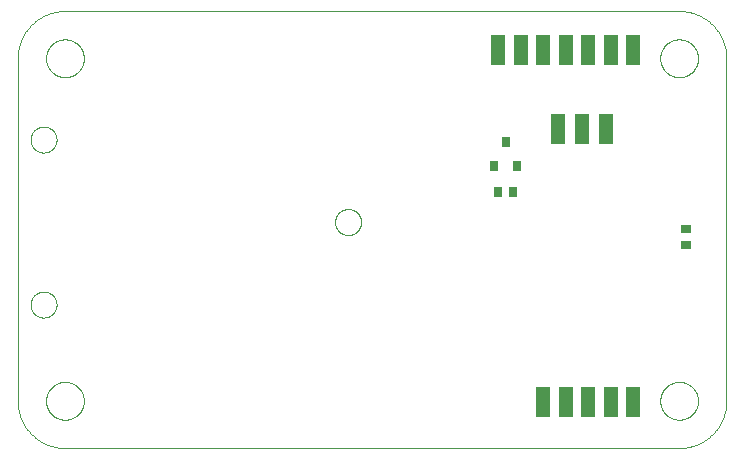
<source format=gbp>
G75*
%MOIN*%
%OFA0B0*%
%FSLAX25Y25*%
%IPPOS*%
%LPD*%
%AMOC8*
5,1,8,0,0,1.08239X$1,22.5*
%
%ADD10C,0.00000*%
%ADD11R,0.02756X0.03543*%
%ADD12R,0.03150X0.03543*%
%ADD13R,0.03543X0.02756*%
%ADD14R,0.05000X0.10000*%
D10*
X0059614Y0034156D02*
X0264339Y0034156D01*
X0258040Y0049904D02*
X0258042Y0050062D01*
X0258048Y0050220D01*
X0258058Y0050378D01*
X0258072Y0050536D01*
X0258090Y0050693D01*
X0258111Y0050850D01*
X0258137Y0051006D01*
X0258167Y0051162D01*
X0258200Y0051317D01*
X0258238Y0051470D01*
X0258279Y0051623D01*
X0258324Y0051775D01*
X0258373Y0051926D01*
X0258426Y0052075D01*
X0258482Y0052223D01*
X0258542Y0052369D01*
X0258606Y0052514D01*
X0258674Y0052657D01*
X0258745Y0052799D01*
X0258819Y0052939D01*
X0258897Y0053076D01*
X0258979Y0053212D01*
X0259063Y0053346D01*
X0259152Y0053477D01*
X0259243Y0053606D01*
X0259338Y0053733D01*
X0259435Y0053858D01*
X0259536Y0053980D01*
X0259640Y0054099D01*
X0259747Y0054216D01*
X0259857Y0054330D01*
X0259970Y0054441D01*
X0260085Y0054550D01*
X0260203Y0054655D01*
X0260324Y0054757D01*
X0260447Y0054857D01*
X0260573Y0054953D01*
X0260701Y0055046D01*
X0260831Y0055136D01*
X0260964Y0055222D01*
X0261099Y0055306D01*
X0261235Y0055385D01*
X0261374Y0055462D01*
X0261515Y0055534D01*
X0261657Y0055604D01*
X0261801Y0055669D01*
X0261947Y0055731D01*
X0262094Y0055789D01*
X0262243Y0055844D01*
X0262393Y0055895D01*
X0262544Y0055942D01*
X0262696Y0055985D01*
X0262849Y0056024D01*
X0263004Y0056060D01*
X0263159Y0056091D01*
X0263315Y0056119D01*
X0263471Y0056143D01*
X0263628Y0056163D01*
X0263786Y0056179D01*
X0263943Y0056191D01*
X0264102Y0056199D01*
X0264260Y0056203D01*
X0264418Y0056203D01*
X0264576Y0056199D01*
X0264735Y0056191D01*
X0264892Y0056179D01*
X0265050Y0056163D01*
X0265207Y0056143D01*
X0265363Y0056119D01*
X0265519Y0056091D01*
X0265674Y0056060D01*
X0265829Y0056024D01*
X0265982Y0055985D01*
X0266134Y0055942D01*
X0266285Y0055895D01*
X0266435Y0055844D01*
X0266584Y0055789D01*
X0266731Y0055731D01*
X0266877Y0055669D01*
X0267021Y0055604D01*
X0267163Y0055534D01*
X0267304Y0055462D01*
X0267443Y0055385D01*
X0267579Y0055306D01*
X0267714Y0055222D01*
X0267847Y0055136D01*
X0267977Y0055046D01*
X0268105Y0054953D01*
X0268231Y0054857D01*
X0268354Y0054757D01*
X0268475Y0054655D01*
X0268593Y0054550D01*
X0268708Y0054441D01*
X0268821Y0054330D01*
X0268931Y0054216D01*
X0269038Y0054099D01*
X0269142Y0053980D01*
X0269243Y0053858D01*
X0269340Y0053733D01*
X0269435Y0053606D01*
X0269526Y0053477D01*
X0269615Y0053346D01*
X0269699Y0053212D01*
X0269781Y0053076D01*
X0269859Y0052939D01*
X0269933Y0052799D01*
X0270004Y0052657D01*
X0270072Y0052514D01*
X0270136Y0052369D01*
X0270196Y0052223D01*
X0270252Y0052075D01*
X0270305Y0051926D01*
X0270354Y0051775D01*
X0270399Y0051623D01*
X0270440Y0051470D01*
X0270478Y0051317D01*
X0270511Y0051162D01*
X0270541Y0051006D01*
X0270567Y0050850D01*
X0270588Y0050693D01*
X0270606Y0050536D01*
X0270620Y0050378D01*
X0270630Y0050220D01*
X0270636Y0050062D01*
X0270638Y0049904D01*
X0270636Y0049746D01*
X0270630Y0049588D01*
X0270620Y0049430D01*
X0270606Y0049272D01*
X0270588Y0049115D01*
X0270567Y0048958D01*
X0270541Y0048802D01*
X0270511Y0048646D01*
X0270478Y0048491D01*
X0270440Y0048338D01*
X0270399Y0048185D01*
X0270354Y0048033D01*
X0270305Y0047882D01*
X0270252Y0047733D01*
X0270196Y0047585D01*
X0270136Y0047439D01*
X0270072Y0047294D01*
X0270004Y0047151D01*
X0269933Y0047009D01*
X0269859Y0046869D01*
X0269781Y0046732D01*
X0269699Y0046596D01*
X0269615Y0046462D01*
X0269526Y0046331D01*
X0269435Y0046202D01*
X0269340Y0046075D01*
X0269243Y0045950D01*
X0269142Y0045828D01*
X0269038Y0045709D01*
X0268931Y0045592D01*
X0268821Y0045478D01*
X0268708Y0045367D01*
X0268593Y0045258D01*
X0268475Y0045153D01*
X0268354Y0045051D01*
X0268231Y0044951D01*
X0268105Y0044855D01*
X0267977Y0044762D01*
X0267847Y0044672D01*
X0267714Y0044586D01*
X0267579Y0044502D01*
X0267443Y0044423D01*
X0267304Y0044346D01*
X0267163Y0044274D01*
X0267021Y0044204D01*
X0266877Y0044139D01*
X0266731Y0044077D01*
X0266584Y0044019D01*
X0266435Y0043964D01*
X0266285Y0043913D01*
X0266134Y0043866D01*
X0265982Y0043823D01*
X0265829Y0043784D01*
X0265674Y0043748D01*
X0265519Y0043717D01*
X0265363Y0043689D01*
X0265207Y0043665D01*
X0265050Y0043645D01*
X0264892Y0043629D01*
X0264735Y0043617D01*
X0264576Y0043609D01*
X0264418Y0043605D01*
X0264260Y0043605D01*
X0264102Y0043609D01*
X0263943Y0043617D01*
X0263786Y0043629D01*
X0263628Y0043645D01*
X0263471Y0043665D01*
X0263315Y0043689D01*
X0263159Y0043717D01*
X0263004Y0043748D01*
X0262849Y0043784D01*
X0262696Y0043823D01*
X0262544Y0043866D01*
X0262393Y0043913D01*
X0262243Y0043964D01*
X0262094Y0044019D01*
X0261947Y0044077D01*
X0261801Y0044139D01*
X0261657Y0044204D01*
X0261515Y0044274D01*
X0261374Y0044346D01*
X0261235Y0044423D01*
X0261099Y0044502D01*
X0260964Y0044586D01*
X0260831Y0044672D01*
X0260701Y0044762D01*
X0260573Y0044855D01*
X0260447Y0044951D01*
X0260324Y0045051D01*
X0260203Y0045153D01*
X0260085Y0045258D01*
X0259970Y0045367D01*
X0259857Y0045478D01*
X0259747Y0045592D01*
X0259640Y0045709D01*
X0259536Y0045828D01*
X0259435Y0045950D01*
X0259338Y0046075D01*
X0259243Y0046202D01*
X0259152Y0046331D01*
X0259063Y0046462D01*
X0258979Y0046596D01*
X0258897Y0046732D01*
X0258819Y0046869D01*
X0258745Y0047009D01*
X0258674Y0047151D01*
X0258606Y0047294D01*
X0258542Y0047439D01*
X0258482Y0047585D01*
X0258426Y0047733D01*
X0258373Y0047882D01*
X0258324Y0048033D01*
X0258279Y0048185D01*
X0258238Y0048338D01*
X0258200Y0048491D01*
X0258167Y0048646D01*
X0258137Y0048802D01*
X0258111Y0048958D01*
X0258090Y0049115D01*
X0258072Y0049272D01*
X0258058Y0049430D01*
X0258048Y0049588D01*
X0258042Y0049746D01*
X0258040Y0049904D01*
X0264339Y0034156D02*
X0264720Y0034161D01*
X0265100Y0034174D01*
X0265480Y0034197D01*
X0265859Y0034230D01*
X0266237Y0034271D01*
X0266614Y0034321D01*
X0266990Y0034381D01*
X0267365Y0034449D01*
X0267737Y0034527D01*
X0268108Y0034614D01*
X0268476Y0034709D01*
X0268842Y0034814D01*
X0269205Y0034927D01*
X0269566Y0035049D01*
X0269923Y0035179D01*
X0270277Y0035319D01*
X0270628Y0035466D01*
X0270975Y0035623D01*
X0271318Y0035787D01*
X0271657Y0035960D01*
X0271992Y0036141D01*
X0272323Y0036330D01*
X0272648Y0036527D01*
X0272969Y0036731D01*
X0273285Y0036944D01*
X0273595Y0037164D01*
X0273901Y0037391D01*
X0274200Y0037626D01*
X0274494Y0037868D01*
X0274782Y0038116D01*
X0275064Y0038372D01*
X0275339Y0038635D01*
X0275608Y0038904D01*
X0275871Y0039179D01*
X0276127Y0039461D01*
X0276375Y0039749D01*
X0276617Y0040043D01*
X0276852Y0040342D01*
X0277079Y0040648D01*
X0277299Y0040958D01*
X0277512Y0041274D01*
X0277716Y0041595D01*
X0277913Y0041920D01*
X0278102Y0042251D01*
X0278283Y0042586D01*
X0278456Y0042925D01*
X0278620Y0043268D01*
X0278777Y0043615D01*
X0278924Y0043966D01*
X0279064Y0044320D01*
X0279194Y0044677D01*
X0279316Y0045038D01*
X0279429Y0045401D01*
X0279534Y0045767D01*
X0279629Y0046135D01*
X0279716Y0046506D01*
X0279794Y0046878D01*
X0279862Y0047253D01*
X0279922Y0047629D01*
X0279972Y0048006D01*
X0280013Y0048384D01*
X0280046Y0048763D01*
X0280069Y0049143D01*
X0280082Y0049523D01*
X0280087Y0049904D01*
X0280087Y0164077D01*
X0258040Y0164077D02*
X0258042Y0164235D01*
X0258048Y0164393D01*
X0258058Y0164551D01*
X0258072Y0164709D01*
X0258090Y0164866D01*
X0258111Y0165023D01*
X0258137Y0165179D01*
X0258167Y0165335D01*
X0258200Y0165490D01*
X0258238Y0165643D01*
X0258279Y0165796D01*
X0258324Y0165948D01*
X0258373Y0166099D01*
X0258426Y0166248D01*
X0258482Y0166396D01*
X0258542Y0166542D01*
X0258606Y0166687D01*
X0258674Y0166830D01*
X0258745Y0166972D01*
X0258819Y0167112D01*
X0258897Y0167249D01*
X0258979Y0167385D01*
X0259063Y0167519D01*
X0259152Y0167650D01*
X0259243Y0167779D01*
X0259338Y0167906D01*
X0259435Y0168031D01*
X0259536Y0168153D01*
X0259640Y0168272D01*
X0259747Y0168389D01*
X0259857Y0168503D01*
X0259970Y0168614D01*
X0260085Y0168723D01*
X0260203Y0168828D01*
X0260324Y0168930D01*
X0260447Y0169030D01*
X0260573Y0169126D01*
X0260701Y0169219D01*
X0260831Y0169309D01*
X0260964Y0169395D01*
X0261099Y0169479D01*
X0261235Y0169558D01*
X0261374Y0169635D01*
X0261515Y0169707D01*
X0261657Y0169777D01*
X0261801Y0169842D01*
X0261947Y0169904D01*
X0262094Y0169962D01*
X0262243Y0170017D01*
X0262393Y0170068D01*
X0262544Y0170115D01*
X0262696Y0170158D01*
X0262849Y0170197D01*
X0263004Y0170233D01*
X0263159Y0170264D01*
X0263315Y0170292D01*
X0263471Y0170316D01*
X0263628Y0170336D01*
X0263786Y0170352D01*
X0263943Y0170364D01*
X0264102Y0170372D01*
X0264260Y0170376D01*
X0264418Y0170376D01*
X0264576Y0170372D01*
X0264735Y0170364D01*
X0264892Y0170352D01*
X0265050Y0170336D01*
X0265207Y0170316D01*
X0265363Y0170292D01*
X0265519Y0170264D01*
X0265674Y0170233D01*
X0265829Y0170197D01*
X0265982Y0170158D01*
X0266134Y0170115D01*
X0266285Y0170068D01*
X0266435Y0170017D01*
X0266584Y0169962D01*
X0266731Y0169904D01*
X0266877Y0169842D01*
X0267021Y0169777D01*
X0267163Y0169707D01*
X0267304Y0169635D01*
X0267443Y0169558D01*
X0267579Y0169479D01*
X0267714Y0169395D01*
X0267847Y0169309D01*
X0267977Y0169219D01*
X0268105Y0169126D01*
X0268231Y0169030D01*
X0268354Y0168930D01*
X0268475Y0168828D01*
X0268593Y0168723D01*
X0268708Y0168614D01*
X0268821Y0168503D01*
X0268931Y0168389D01*
X0269038Y0168272D01*
X0269142Y0168153D01*
X0269243Y0168031D01*
X0269340Y0167906D01*
X0269435Y0167779D01*
X0269526Y0167650D01*
X0269615Y0167519D01*
X0269699Y0167385D01*
X0269781Y0167249D01*
X0269859Y0167112D01*
X0269933Y0166972D01*
X0270004Y0166830D01*
X0270072Y0166687D01*
X0270136Y0166542D01*
X0270196Y0166396D01*
X0270252Y0166248D01*
X0270305Y0166099D01*
X0270354Y0165948D01*
X0270399Y0165796D01*
X0270440Y0165643D01*
X0270478Y0165490D01*
X0270511Y0165335D01*
X0270541Y0165179D01*
X0270567Y0165023D01*
X0270588Y0164866D01*
X0270606Y0164709D01*
X0270620Y0164551D01*
X0270630Y0164393D01*
X0270636Y0164235D01*
X0270638Y0164077D01*
X0270636Y0163919D01*
X0270630Y0163761D01*
X0270620Y0163603D01*
X0270606Y0163445D01*
X0270588Y0163288D01*
X0270567Y0163131D01*
X0270541Y0162975D01*
X0270511Y0162819D01*
X0270478Y0162664D01*
X0270440Y0162511D01*
X0270399Y0162358D01*
X0270354Y0162206D01*
X0270305Y0162055D01*
X0270252Y0161906D01*
X0270196Y0161758D01*
X0270136Y0161612D01*
X0270072Y0161467D01*
X0270004Y0161324D01*
X0269933Y0161182D01*
X0269859Y0161042D01*
X0269781Y0160905D01*
X0269699Y0160769D01*
X0269615Y0160635D01*
X0269526Y0160504D01*
X0269435Y0160375D01*
X0269340Y0160248D01*
X0269243Y0160123D01*
X0269142Y0160001D01*
X0269038Y0159882D01*
X0268931Y0159765D01*
X0268821Y0159651D01*
X0268708Y0159540D01*
X0268593Y0159431D01*
X0268475Y0159326D01*
X0268354Y0159224D01*
X0268231Y0159124D01*
X0268105Y0159028D01*
X0267977Y0158935D01*
X0267847Y0158845D01*
X0267714Y0158759D01*
X0267579Y0158675D01*
X0267443Y0158596D01*
X0267304Y0158519D01*
X0267163Y0158447D01*
X0267021Y0158377D01*
X0266877Y0158312D01*
X0266731Y0158250D01*
X0266584Y0158192D01*
X0266435Y0158137D01*
X0266285Y0158086D01*
X0266134Y0158039D01*
X0265982Y0157996D01*
X0265829Y0157957D01*
X0265674Y0157921D01*
X0265519Y0157890D01*
X0265363Y0157862D01*
X0265207Y0157838D01*
X0265050Y0157818D01*
X0264892Y0157802D01*
X0264735Y0157790D01*
X0264576Y0157782D01*
X0264418Y0157778D01*
X0264260Y0157778D01*
X0264102Y0157782D01*
X0263943Y0157790D01*
X0263786Y0157802D01*
X0263628Y0157818D01*
X0263471Y0157838D01*
X0263315Y0157862D01*
X0263159Y0157890D01*
X0263004Y0157921D01*
X0262849Y0157957D01*
X0262696Y0157996D01*
X0262544Y0158039D01*
X0262393Y0158086D01*
X0262243Y0158137D01*
X0262094Y0158192D01*
X0261947Y0158250D01*
X0261801Y0158312D01*
X0261657Y0158377D01*
X0261515Y0158447D01*
X0261374Y0158519D01*
X0261235Y0158596D01*
X0261099Y0158675D01*
X0260964Y0158759D01*
X0260831Y0158845D01*
X0260701Y0158935D01*
X0260573Y0159028D01*
X0260447Y0159124D01*
X0260324Y0159224D01*
X0260203Y0159326D01*
X0260085Y0159431D01*
X0259970Y0159540D01*
X0259857Y0159651D01*
X0259747Y0159765D01*
X0259640Y0159882D01*
X0259536Y0160001D01*
X0259435Y0160123D01*
X0259338Y0160248D01*
X0259243Y0160375D01*
X0259152Y0160504D01*
X0259063Y0160635D01*
X0258979Y0160769D01*
X0258897Y0160905D01*
X0258819Y0161042D01*
X0258745Y0161182D01*
X0258674Y0161324D01*
X0258606Y0161467D01*
X0258542Y0161612D01*
X0258482Y0161758D01*
X0258426Y0161906D01*
X0258373Y0162055D01*
X0258324Y0162206D01*
X0258279Y0162358D01*
X0258238Y0162511D01*
X0258200Y0162664D01*
X0258167Y0162819D01*
X0258137Y0162975D01*
X0258111Y0163131D01*
X0258090Y0163288D01*
X0258072Y0163445D01*
X0258058Y0163603D01*
X0258048Y0163761D01*
X0258042Y0163919D01*
X0258040Y0164077D01*
X0264339Y0179825D02*
X0264720Y0179820D01*
X0265100Y0179807D01*
X0265480Y0179784D01*
X0265859Y0179751D01*
X0266237Y0179710D01*
X0266614Y0179660D01*
X0266990Y0179600D01*
X0267365Y0179532D01*
X0267737Y0179454D01*
X0268108Y0179367D01*
X0268476Y0179272D01*
X0268842Y0179167D01*
X0269205Y0179054D01*
X0269566Y0178932D01*
X0269923Y0178802D01*
X0270277Y0178662D01*
X0270628Y0178515D01*
X0270975Y0178358D01*
X0271318Y0178194D01*
X0271657Y0178021D01*
X0271992Y0177840D01*
X0272323Y0177651D01*
X0272648Y0177454D01*
X0272969Y0177250D01*
X0273285Y0177037D01*
X0273595Y0176817D01*
X0273901Y0176590D01*
X0274200Y0176355D01*
X0274494Y0176113D01*
X0274782Y0175865D01*
X0275064Y0175609D01*
X0275339Y0175346D01*
X0275608Y0175077D01*
X0275871Y0174802D01*
X0276127Y0174520D01*
X0276375Y0174232D01*
X0276617Y0173938D01*
X0276852Y0173639D01*
X0277079Y0173333D01*
X0277299Y0173023D01*
X0277512Y0172707D01*
X0277716Y0172386D01*
X0277913Y0172061D01*
X0278102Y0171730D01*
X0278283Y0171395D01*
X0278456Y0171056D01*
X0278620Y0170713D01*
X0278777Y0170366D01*
X0278924Y0170015D01*
X0279064Y0169661D01*
X0279194Y0169304D01*
X0279316Y0168943D01*
X0279429Y0168580D01*
X0279534Y0168214D01*
X0279629Y0167846D01*
X0279716Y0167475D01*
X0279794Y0167103D01*
X0279862Y0166728D01*
X0279922Y0166352D01*
X0279972Y0165975D01*
X0280013Y0165597D01*
X0280046Y0165218D01*
X0280069Y0164838D01*
X0280082Y0164458D01*
X0280087Y0164077D01*
X0280082Y0164458D01*
X0280069Y0164838D01*
X0280046Y0165218D01*
X0280013Y0165597D01*
X0279972Y0165975D01*
X0279922Y0166352D01*
X0279862Y0166728D01*
X0279794Y0167103D01*
X0279716Y0167475D01*
X0279629Y0167846D01*
X0279534Y0168214D01*
X0279429Y0168580D01*
X0279316Y0168943D01*
X0279194Y0169304D01*
X0279064Y0169661D01*
X0278924Y0170015D01*
X0278777Y0170366D01*
X0278620Y0170713D01*
X0278456Y0171056D01*
X0278283Y0171395D01*
X0278102Y0171730D01*
X0277913Y0172061D01*
X0277716Y0172386D01*
X0277512Y0172707D01*
X0277299Y0173023D01*
X0277079Y0173333D01*
X0276852Y0173639D01*
X0276617Y0173938D01*
X0276375Y0174232D01*
X0276127Y0174520D01*
X0275871Y0174802D01*
X0275608Y0175077D01*
X0275339Y0175346D01*
X0275064Y0175609D01*
X0274782Y0175865D01*
X0274494Y0176113D01*
X0274200Y0176355D01*
X0273901Y0176590D01*
X0273595Y0176817D01*
X0273285Y0177037D01*
X0272969Y0177250D01*
X0272648Y0177454D01*
X0272323Y0177651D01*
X0271992Y0177840D01*
X0271657Y0178021D01*
X0271318Y0178194D01*
X0270975Y0178358D01*
X0270628Y0178515D01*
X0270277Y0178662D01*
X0269923Y0178802D01*
X0269566Y0178932D01*
X0269205Y0179054D01*
X0268842Y0179167D01*
X0268476Y0179272D01*
X0268108Y0179367D01*
X0267737Y0179454D01*
X0267365Y0179532D01*
X0266990Y0179600D01*
X0266614Y0179660D01*
X0266237Y0179710D01*
X0265859Y0179751D01*
X0265480Y0179784D01*
X0265100Y0179807D01*
X0264720Y0179820D01*
X0264339Y0179825D01*
X0059614Y0179825D01*
X0053315Y0164077D02*
X0053317Y0164235D01*
X0053323Y0164393D01*
X0053333Y0164551D01*
X0053347Y0164709D01*
X0053365Y0164866D01*
X0053386Y0165023D01*
X0053412Y0165179D01*
X0053442Y0165335D01*
X0053475Y0165490D01*
X0053513Y0165643D01*
X0053554Y0165796D01*
X0053599Y0165948D01*
X0053648Y0166099D01*
X0053701Y0166248D01*
X0053757Y0166396D01*
X0053817Y0166542D01*
X0053881Y0166687D01*
X0053949Y0166830D01*
X0054020Y0166972D01*
X0054094Y0167112D01*
X0054172Y0167249D01*
X0054254Y0167385D01*
X0054338Y0167519D01*
X0054427Y0167650D01*
X0054518Y0167779D01*
X0054613Y0167906D01*
X0054710Y0168031D01*
X0054811Y0168153D01*
X0054915Y0168272D01*
X0055022Y0168389D01*
X0055132Y0168503D01*
X0055245Y0168614D01*
X0055360Y0168723D01*
X0055478Y0168828D01*
X0055599Y0168930D01*
X0055722Y0169030D01*
X0055848Y0169126D01*
X0055976Y0169219D01*
X0056106Y0169309D01*
X0056239Y0169395D01*
X0056374Y0169479D01*
X0056510Y0169558D01*
X0056649Y0169635D01*
X0056790Y0169707D01*
X0056932Y0169777D01*
X0057076Y0169842D01*
X0057222Y0169904D01*
X0057369Y0169962D01*
X0057518Y0170017D01*
X0057668Y0170068D01*
X0057819Y0170115D01*
X0057971Y0170158D01*
X0058124Y0170197D01*
X0058279Y0170233D01*
X0058434Y0170264D01*
X0058590Y0170292D01*
X0058746Y0170316D01*
X0058903Y0170336D01*
X0059061Y0170352D01*
X0059218Y0170364D01*
X0059377Y0170372D01*
X0059535Y0170376D01*
X0059693Y0170376D01*
X0059851Y0170372D01*
X0060010Y0170364D01*
X0060167Y0170352D01*
X0060325Y0170336D01*
X0060482Y0170316D01*
X0060638Y0170292D01*
X0060794Y0170264D01*
X0060949Y0170233D01*
X0061104Y0170197D01*
X0061257Y0170158D01*
X0061409Y0170115D01*
X0061560Y0170068D01*
X0061710Y0170017D01*
X0061859Y0169962D01*
X0062006Y0169904D01*
X0062152Y0169842D01*
X0062296Y0169777D01*
X0062438Y0169707D01*
X0062579Y0169635D01*
X0062718Y0169558D01*
X0062854Y0169479D01*
X0062989Y0169395D01*
X0063122Y0169309D01*
X0063252Y0169219D01*
X0063380Y0169126D01*
X0063506Y0169030D01*
X0063629Y0168930D01*
X0063750Y0168828D01*
X0063868Y0168723D01*
X0063983Y0168614D01*
X0064096Y0168503D01*
X0064206Y0168389D01*
X0064313Y0168272D01*
X0064417Y0168153D01*
X0064518Y0168031D01*
X0064615Y0167906D01*
X0064710Y0167779D01*
X0064801Y0167650D01*
X0064890Y0167519D01*
X0064974Y0167385D01*
X0065056Y0167249D01*
X0065134Y0167112D01*
X0065208Y0166972D01*
X0065279Y0166830D01*
X0065347Y0166687D01*
X0065411Y0166542D01*
X0065471Y0166396D01*
X0065527Y0166248D01*
X0065580Y0166099D01*
X0065629Y0165948D01*
X0065674Y0165796D01*
X0065715Y0165643D01*
X0065753Y0165490D01*
X0065786Y0165335D01*
X0065816Y0165179D01*
X0065842Y0165023D01*
X0065863Y0164866D01*
X0065881Y0164709D01*
X0065895Y0164551D01*
X0065905Y0164393D01*
X0065911Y0164235D01*
X0065913Y0164077D01*
X0065911Y0163919D01*
X0065905Y0163761D01*
X0065895Y0163603D01*
X0065881Y0163445D01*
X0065863Y0163288D01*
X0065842Y0163131D01*
X0065816Y0162975D01*
X0065786Y0162819D01*
X0065753Y0162664D01*
X0065715Y0162511D01*
X0065674Y0162358D01*
X0065629Y0162206D01*
X0065580Y0162055D01*
X0065527Y0161906D01*
X0065471Y0161758D01*
X0065411Y0161612D01*
X0065347Y0161467D01*
X0065279Y0161324D01*
X0065208Y0161182D01*
X0065134Y0161042D01*
X0065056Y0160905D01*
X0064974Y0160769D01*
X0064890Y0160635D01*
X0064801Y0160504D01*
X0064710Y0160375D01*
X0064615Y0160248D01*
X0064518Y0160123D01*
X0064417Y0160001D01*
X0064313Y0159882D01*
X0064206Y0159765D01*
X0064096Y0159651D01*
X0063983Y0159540D01*
X0063868Y0159431D01*
X0063750Y0159326D01*
X0063629Y0159224D01*
X0063506Y0159124D01*
X0063380Y0159028D01*
X0063252Y0158935D01*
X0063122Y0158845D01*
X0062989Y0158759D01*
X0062854Y0158675D01*
X0062718Y0158596D01*
X0062579Y0158519D01*
X0062438Y0158447D01*
X0062296Y0158377D01*
X0062152Y0158312D01*
X0062006Y0158250D01*
X0061859Y0158192D01*
X0061710Y0158137D01*
X0061560Y0158086D01*
X0061409Y0158039D01*
X0061257Y0157996D01*
X0061104Y0157957D01*
X0060949Y0157921D01*
X0060794Y0157890D01*
X0060638Y0157862D01*
X0060482Y0157838D01*
X0060325Y0157818D01*
X0060167Y0157802D01*
X0060010Y0157790D01*
X0059851Y0157782D01*
X0059693Y0157778D01*
X0059535Y0157778D01*
X0059377Y0157782D01*
X0059218Y0157790D01*
X0059061Y0157802D01*
X0058903Y0157818D01*
X0058746Y0157838D01*
X0058590Y0157862D01*
X0058434Y0157890D01*
X0058279Y0157921D01*
X0058124Y0157957D01*
X0057971Y0157996D01*
X0057819Y0158039D01*
X0057668Y0158086D01*
X0057518Y0158137D01*
X0057369Y0158192D01*
X0057222Y0158250D01*
X0057076Y0158312D01*
X0056932Y0158377D01*
X0056790Y0158447D01*
X0056649Y0158519D01*
X0056510Y0158596D01*
X0056374Y0158675D01*
X0056239Y0158759D01*
X0056106Y0158845D01*
X0055976Y0158935D01*
X0055848Y0159028D01*
X0055722Y0159124D01*
X0055599Y0159224D01*
X0055478Y0159326D01*
X0055360Y0159431D01*
X0055245Y0159540D01*
X0055132Y0159651D01*
X0055022Y0159765D01*
X0054915Y0159882D01*
X0054811Y0160001D01*
X0054710Y0160123D01*
X0054613Y0160248D01*
X0054518Y0160375D01*
X0054427Y0160504D01*
X0054338Y0160635D01*
X0054254Y0160769D01*
X0054172Y0160905D01*
X0054094Y0161042D01*
X0054020Y0161182D01*
X0053949Y0161324D01*
X0053881Y0161467D01*
X0053817Y0161612D01*
X0053757Y0161758D01*
X0053701Y0161906D01*
X0053648Y0162055D01*
X0053599Y0162206D01*
X0053554Y0162358D01*
X0053513Y0162511D01*
X0053475Y0162664D01*
X0053442Y0162819D01*
X0053412Y0162975D01*
X0053386Y0163131D01*
X0053365Y0163288D01*
X0053347Y0163445D01*
X0053333Y0163603D01*
X0053323Y0163761D01*
X0053317Y0163919D01*
X0053315Y0164077D01*
X0043866Y0164077D02*
X0043871Y0164458D01*
X0043884Y0164838D01*
X0043907Y0165218D01*
X0043940Y0165597D01*
X0043981Y0165975D01*
X0044031Y0166352D01*
X0044091Y0166728D01*
X0044159Y0167103D01*
X0044237Y0167475D01*
X0044324Y0167846D01*
X0044419Y0168214D01*
X0044524Y0168580D01*
X0044637Y0168943D01*
X0044759Y0169304D01*
X0044889Y0169661D01*
X0045029Y0170015D01*
X0045176Y0170366D01*
X0045333Y0170713D01*
X0045497Y0171056D01*
X0045670Y0171395D01*
X0045851Y0171730D01*
X0046040Y0172061D01*
X0046237Y0172386D01*
X0046441Y0172707D01*
X0046654Y0173023D01*
X0046874Y0173333D01*
X0047101Y0173639D01*
X0047336Y0173938D01*
X0047578Y0174232D01*
X0047826Y0174520D01*
X0048082Y0174802D01*
X0048345Y0175077D01*
X0048614Y0175346D01*
X0048889Y0175609D01*
X0049171Y0175865D01*
X0049459Y0176113D01*
X0049753Y0176355D01*
X0050052Y0176590D01*
X0050358Y0176817D01*
X0050668Y0177037D01*
X0050984Y0177250D01*
X0051305Y0177454D01*
X0051630Y0177651D01*
X0051961Y0177840D01*
X0052296Y0178021D01*
X0052635Y0178194D01*
X0052978Y0178358D01*
X0053325Y0178515D01*
X0053676Y0178662D01*
X0054030Y0178802D01*
X0054387Y0178932D01*
X0054748Y0179054D01*
X0055111Y0179167D01*
X0055477Y0179272D01*
X0055845Y0179367D01*
X0056216Y0179454D01*
X0056588Y0179532D01*
X0056963Y0179600D01*
X0057339Y0179660D01*
X0057716Y0179710D01*
X0058094Y0179751D01*
X0058473Y0179784D01*
X0058853Y0179807D01*
X0059233Y0179820D01*
X0059614Y0179825D01*
X0059233Y0179820D01*
X0058853Y0179807D01*
X0058473Y0179784D01*
X0058094Y0179751D01*
X0057716Y0179710D01*
X0057339Y0179660D01*
X0056963Y0179600D01*
X0056588Y0179532D01*
X0056216Y0179454D01*
X0055845Y0179367D01*
X0055477Y0179272D01*
X0055111Y0179167D01*
X0054748Y0179054D01*
X0054387Y0178932D01*
X0054030Y0178802D01*
X0053676Y0178662D01*
X0053325Y0178515D01*
X0052978Y0178358D01*
X0052635Y0178194D01*
X0052296Y0178021D01*
X0051961Y0177840D01*
X0051630Y0177651D01*
X0051305Y0177454D01*
X0050984Y0177250D01*
X0050668Y0177037D01*
X0050358Y0176817D01*
X0050052Y0176590D01*
X0049753Y0176355D01*
X0049459Y0176113D01*
X0049171Y0175865D01*
X0048889Y0175609D01*
X0048614Y0175346D01*
X0048345Y0175077D01*
X0048082Y0174802D01*
X0047826Y0174520D01*
X0047578Y0174232D01*
X0047336Y0173938D01*
X0047101Y0173639D01*
X0046874Y0173333D01*
X0046654Y0173023D01*
X0046441Y0172707D01*
X0046237Y0172386D01*
X0046040Y0172061D01*
X0045851Y0171730D01*
X0045670Y0171395D01*
X0045497Y0171056D01*
X0045333Y0170713D01*
X0045176Y0170366D01*
X0045029Y0170015D01*
X0044889Y0169661D01*
X0044759Y0169304D01*
X0044637Y0168943D01*
X0044524Y0168580D01*
X0044419Y0168214D01*
X0044324Y0167846D01*
X0044237Y0167475D01*
X0044159Y0167103D01*
X0044091Y0166728D01*
X0044031Y0166352D01*
X0043981Y0165975D01*
X0043940Y0165597D01*
X0043907Y0165218D01*
X0043884Y0164838D01*
X0043871Y0164458D01*
X0043866Y0164077D01*
X0043866Y0049904D01*
X0053315Y0049904D02*
X0053317Y0050062D01*
X0053323Y0050220D01*
X0053333Y0050378D01*
X0053347Y0050536D01*
X0053365Y0050693D01*
X0053386Y0050850D01*
X0053412Y0051006D01*
X0053442Y0051162D01*
X0053475Y0051317D01*
X0053513Y0051470D01*
X0053554Y0051623D01*
X0053599Y0051775D01*
X0053648Y0051926D01*
X0053701Y0052075D01*
X0053757Y0052223D01*
X0053817Y0052369D01*
X0053881Y0052514D01*
X0053949Y0052657D01*
X0054020Y0052799D01*
X0054094Y0052939D01*
X0054172Y0053076D01*
X0054254Y0053212D01*
X0054338Y0053346D01*
X0054427Y0053477D01*
X0054518Y0053606D01*
X0054613Y0053733D01*
X0054710Y0053858D01*
X0054811Y0053980D01*
X0054915Y0054099D01*
X0055022Y0054216D01*
X0055132Y0054330D01*
X0055245Y0054441D01*
X0055360Y0054550D01*
X0055478Y0054655D01*
X0055599Y0054757D01*
X0055722Y0054857D01*
X0055848Y0054953D01*
X0055976Y0055046D01*
X0056106Y0055136D01*
X0056239Y0055222D01*
X0056374Y0055306D01*
X0056510Y0055385D01*
X0056649Y0055462D01*
X0056790Y0055534D01*
X0056932Y0055604D01*
X0057076Y0055669D01*
X0057222Y0055731D01*
X0057369Y0055789D01*
X0057518Y0055844D01*
X0057668Y0055895D01*
X0057819Y0055942D01*
X0057971Y0055985D01*
X0058124Y0056024D01*
X0058279Y0056060D01*
X0058434Y0056091D01*
X0058590Y0056119D01*
X0058746Y0056143D01*
X0058903Y0056163D01*
X0059061Y0056179D01*
X0059218Y0056191D01*
X0059377Y0056199D01*
X0059535Y0056203D01*
X0059693Y0056203D01*
X0059851Y0056199D01*
X0060010Y0056191D01*
X0060167Y0056179D01*
X0060325Y0056163D01*
X0060482Y0056143D01*
X0060638Y0056119D01*
X0060794Y0056091D01*
X0060949Y0056060D01*
X0061104Y0056024D01*
X0061257Y0055985D01*
X0061409Y0055942D01*
X0061560Y0055895D01*
X0061710Y0055844D01*
X0061859Y0055789D01*
X0062006Y0055731D01*
X0062152Y0055669D01*
X0062296Y0055604D01*
X0062438Y0055534D01*
X0062579Y0055462D01*
X0062718Y0055385D01*
X0062854Y0055306D01*
X0062989Y0055222D01*
X0063122Y0055136D01*
X0063252Y0055046D01*
X0063380Y0054953D01*
X0063506Y0054857D01*
X0063629Y0054757D01*
X0063750Y0054655D01*
X0063868Y0054550D01*
X0063983Y0054441D01*
X0064096Y0054330D01*
X0064206Y0054216D01*
X0064313Y0054099D01*
X0064417Y0053980D01*
X0064518Y0053858D01*
X0064615Y0053733D01*
X0064710Y0053606D01*
X0064801Y0053477D01*
X0064890Y0053346D01*
X0064974Y0053212D01*
X0065056Y0053076D01*
X0065134Y0052939D01*
X0065208Y0052799D01*
X0065279Y0052657D01*
X0065347Y0052514D01*
X0065411Y0052369D01*
X0065471Y0052223D01*
X0065527Y0052075D01*
X0065580Y0051926D01*
X0065629Y0051775D01*
X0065674Y0051623D01*
X0065715Y0051470D01*
X0065753Y0051317D01*
X0065786Y0051162D01*
X0065816Y0051006D01*
X0065842Y0050850D01*
X0065863Y0050693D01*
X0065881Y0050536D01*
X0065895Y0050378D01*
X0065905Y0050220D01*
X0065911Y0050062D01*
X0065913Y0049904D01*
X0065911Y0049746D01*
X0065905Y0049588D01*
X0065895Y0049430D01*
X0065881Y0049272D01*
X0065863Y0049115D01*
X0065842Y0048958D01*
X0065816Y0048802D01*
X0065786Y0048646D01*
X0065753Y0048491D01*
X0065715Y0048338D01*
X0065674Y0048185D01*
X0065629Y0048033D01*
X0065580Y0047882D01*
X0065527Y0047733D01*
X0065471Y0047585D01*
X0065411Y0047439D01*
X0065347Y0047294D01*
X0065279Y0047151D01*
X0065208Y0047009D01*
X0065134Y0046869D01*
X0065056Y0046732D01*
X0064974Y0046596D01*
X0064890Y0046462D01*
X0064801Y0046331D01*
X0064710Y0046202D01*
X0064615Y0046075D01*
X0064518Y0045950D01*
X0064417Y0045828D01*
X0064313Y0045709D01*
X0064206Y0045592D01*
X0064096Y0045478D01*
X0063983Y0045367D01*
X0063868Y0045258D01*
X0063750Y0045153D01*
X0063629Y0045051D01*
X0063506Y0044951D01*
X0063380Y0044855D01*
X0063252Y0044762D01*
X0063122Y0044672D01*
X0062989Y0044586D01*
X0062854Y0044502D01*
X0062718Y0044423D01*
X0062579Y0044346D01*
X0062438Y0044274D01*
X0062296Y0044204D01*
X0062152Y0044139D01*
X0062006Y0044077D01*
X0061859Y0044019D01*
X0061710Y0043964D01*
X0061560Y0043913D01*
X0061409Y0043866D01*
X0061257Y0043823D01*
X0061104Y0043784D01*
X0060949Y0043748D01*
X0060794Y0043717D01*
X0060638Y0043689D01*
X0060482Y0043665D01*
X0060325Y0043645D01*
X0060167Y0043629D01*
X0060010Y0043617D01*
X0059851Y0043609D01*
X0059693Y0043605D01*
X0059535Y0043605D01*
X0059377Y0043609D01*
X0059218Y0043617D01*
X0059061Y0043629D01*
X0058903Y0043645D01*
X0058746Y0043665D01*
X0058590Y0043689D01*
X0058434Y0043717D01*
X0058279Y0043748D01*
X0058124Y0043784D01*
X0057971Y0043823D01*
X0057819Y0043866D01*
X0057668Y0043913D01*
X0057518Y0043964D01*
X0057369Y0044019D01*
X0057222Y0044077D01*
X0057076Y0044139D01*
X0056932Y0044204D01*
X0056790Y0044274D01*
X0056649Y0044346D01*
X0056510Y0044423D01*
X0056374Y0044502D01*
X0056239Y0044586D01*
X0056106Y0044672D01*
X0055976Y0044762D01*
X0055848Y0044855D01*
X0055722Y0044951D01*
X0055599Y0045051D01*
X0055478Y0045153D01*
X0055360Y0045258D01*
X0055245Y0045367D01*
X0055132Y0045478D01*
X0055022Y0045592D01*
X0054915Y0045709D01*
X0054811Y0045828D01*
X0054710Y0045950D01*
X0054613Y0046075D01*
X0054518Y0046202D01*
X0054427Y0046331D01*
X0054338Y0046462D01*
X0054254Y0046596D01*
X0054172Y0046732D01*
X0054094Y0046869D01*
X0054020Y0047009D01*
X0053949Y0047151D01*
X0053881Y0047294D01*
X0053817Y0047439D01*
X0053757Y0047585D01*
X0053701Y0047733D01*
X0053648Y0047882D01*
X0053599Y0048033D01*
X0053554Y0048185D01*
X0053513Y0048338D01*
X0053475Y0048491D01*
X0053442Y0048646D01*
X0053412Y0048802D01*
X0053386Y0048958D01*
X0053365Y0049115D01*
X0053347Y0049272D01*
X0053333Y0049430D01*
X0053323Y0049588D01*
X0053317Y0049746D01*
X0053315Y0049904D01*
X0043866Y0049904D02*
X0043871Y0049523D01*
X0043884Y0049143D01*
X0043907Y0048763D01*
X0043940Y0048384D01*
X0043981Y0048006D01*
X0044031Y0047629D01*
X0044091Y0047253D01*
X0044159Y0046878D01*
X0044237Y0046506D01*
X0044324Y0046135D01*
X0044419Y0045767D01*
X0044524Y0045401D01*
X0044637Y0045038D01*
X0044759Y0044677D01*
X0044889Y0044320D01*
X0045029Y0043966D01*
X0045176Y0043615D01*
X0045333Y0043268D01*
X0045497Y0042925D01*
X0045670Y0042586D01*
X0045851Y0042251D01*
X0046040Y0041920D01*
X0046237Y0041595D01*
X0046441Y0041274D01*
X0046654Y0040958D01*
X0046874Y0040648D01*
X0047101Y0040342D01*
X0047336Y0040043D01*
X0047578Y0039749D01*
X0047826Y0039461D01*
X0048082Y0039179D01*
X0048345Y0038904D01*
X0048614Y0038635D01*
X0048889Y0038372D01*
X0049171Y0038116D01*
X0049459Y0037868D01*
X0049753Y0037626D01*
X0050052Y0037391D01*
X0050358Y0037164D01*
X0050668Y0036944D01*
X0050984Y0036731D01*
X0051305Y0036527D01*
X0051630Y0036330D01*
X0051961Y0036141D01*
X0052296Y0035960D01*
X0052635Y0035787D01*
X0052978Y0035623D01*
X0053325Y0035466D01*
X0053676Y0035319D01*
X0054030Y0035179D01*
X0054387Y0035049D01*
X0054748Y0034927D01*
X0055111Y0034814D01*
X0055477Y0034709D01*
X0055845Y0034614D01*
X0056216Y0034527D01*
X0056588Y0034449D01*
X0056963Y0034381D01*
X0057339Y0034321D01*
X0057716Y0034271D01*
X0058094Y0034230D01*
X0058473Y0034197D01*
X0058853Y0034174D01*
X0059233Y0034161D01*
X0059614Y0034156D01*
X0059233Y0034161D01*
X0058853Y0034174D01*
X0058473Y0034197D01*
X0058094Y0034230D01*
X0057716Y0034271D01*
X0057339Y0034321D01*
X0056963Y0034381D01*
X0056588Y0034449D01*
X0056216Y0034527D01*
X0055845Y0034614D01*
X0055477Y0034709D01*
X0055111Y0034814D01*
X0054748Y0034927D01*
X0054387Y0035049D01*
X0054030Y0035179D01*
X0053676Y0035319D01*
X0053325Y0035466D01*
X0052978Y0035623D01*
X0052635Y0035787D01*
X0052296Y0035960D01*
X0051961Y0036141D01*
X0051630Y0036330D01*
X0051305Y0036527D01*
X0050984Y0036731D01*
X0050668Y0036944D01*
X0050358Y0037164D01*
X0050052Y0037391D01*
X0049753Y0037626D01*
X0049459Y0037868D01*
X0049171Y0038116D01*
X0048889Y0038372D01*
X0048614Y0038635D01*
X0048345Y0038904D01*
X0048082Y0039179D01*
X0047826Y0039461D01*
X0047578Y0039749D01*
X0047336Y0040043D01*
X0047101Y0040342D01*
X0046874Y0040648D01*
X0046654Y0040958D01*
X0046441Y0041274D01*
X0046237Y0041595D01*
X0046040Y0041920D01*
X0045851Y0042251D01*
X0045670Y0042586D01*
X0045497Y0042925D01*
X0045333Y0043268D01*
X0045176Y0043615D01*
X0045029Y0043966D01*
X0044889Y0044320D01*
X0044759Y0044677D01*
X0044637Y0045038D01*
X0044524Y0045401D01*
X0044419Y0045767D01*
X0044324Y0046135D01*
X0044237Y0046506D01*
X0044159Y0046878D01*
X0044091Y0047253D01*
X0044031Y0047629D01*
X0043981Y0048006D01*
X0043940Y0048384D01*
X0043907Y0048763D01*
X0043884Y0049143D01*
X0043871Y0049523D01*
X0043866Y0049904D01*
X0048145Y0081991D02*
X0048147Y0082122D01*
X0048153Y0082254D01*
X0048163Y0082385D01*
X0048177Y0082516D01*
X0048195Y0082646D01*
X0048217Y0082775D01*
X0048242Y0082904D01*
X0048272Y0083032D01*
X0048306Y0083159D01*
X0048343Y0083286D01*
X0048384Y0083410D01*
X0048429Y0083534D01*
X0048478Y0083656D01*
X0048530Y0083777D01*
X0048586Y0083895D01*
X0048646Y0084013D01*
X0048709Y0084128D01*
X0048776Y0084241D01*
X0048846Y0084353D01*
X0048919Y0084462D01*
X0048995Y0084568D01*
X0049075Y0084673D01*
X0049158Y0084775D01*
X0049244Y0084874D01*
X0049333Y0084971D01*
X0049425Y0085065D01*
X0049520Y0085156D01*
X0049617Y0085245D01*
X0049717Y0085330D01*
X0049820Y0085412D01*
X0049925Y0085491D01*
X0050032Y0085567D01*
X0050142Y0085639D01*
X0050254Y0085708D01*
X0050368Y0085774D01*
X0050483Y0085836D01*
X0050601Y0085895D01*
X0050720Y0085950D01*
X0050841Y0086002D01*
X0050964Y0086049D01*
X0051088Y0086093D01*
X0051213Y0086134D01*
X0051339Y0086170D01*
X0051467Y0086203D01*
X0051595Y0086231D01*
X0051724Y0086256D01*
X0051854Y0086277D01*
X0051984Y0086294D01*
X0052115Y0086307D01*
X0052246Y0086316D01*
X0052377Y0086321D01*
X0052509Y0086322D01*
X0052640Y0086319D01*
X0052772Y0086312D01*
X0052903Y0086301D01*
X0053033Y0086286D01*
X0053163Y0086267D01*
X0053293Y0086244D01*
X0053421Y0086218D01*
X0053549Y0086187D01*
X0053676Y0086152D01*
X0053802Y0086114D01*
X0053926Y0086072D01*
X0054050Y0086026D01*
X0054171Y0085976D01*
X0054291Y0085923D01*
X0054410Y0085866D01*
X0054527Y0085806D01*
X0054641Y0085742D01*
X0054754Y0085674D01*
X0054865Y0085603D01*
X0054974Y0085529D01*
X0055080Y0085452D01*
X0055184Y0085371D01*
X0055285Y0085288D01*
X0055384Y0085201D01*
X0055480Y0085111D01*
X0055573Y0085018D01*
X0055664Y0084923D01*
X0055751Y0084825D01*
X0055836Y0084724D01*
X0055917Y0084621D01*
X0055995Y0084515D01*
X0056070Y0084407D01*
X0056142Y0084297D01*
X0056210Y0084185D01*
X0056275Y0084071D01*
X0056336Y0083954D01*
X0056394Y0083836D01*
X0056448Y0083716D01*
X0056499Y0083595D01*
X0056546Y0083472D01*
X0056589Y0083348D01*
X0056628Y0083223D01*
X0056664Y0083096D01*
X0056695Y0082968D01*
X0056723Y0082840D01*
X0056747Y0082711D01*
X0056767Y0082581D01*
X0056783Y0082450D01*
X0056795Y0082319D01*
X0056803Y0082188D01*
X0056807Y0082057D01*
X0056807Y0081925D01*
X0056803Y0081794D01*
X0056795Y0081663D01*
X0056783Y0081532D01*
X0056767Y0081401D01*
X0056747Y0081271D01*
X0056723Y0081142D01*
X0056695Y0081014D01*
X0056664Y0080886D01*
X0056628Y0080759D01*
X0056589Y0080634D01*
X0056546Y0080510D01*
X0056499Y0080387D01*
X0056448Y0080266D01*
X0056394Y0080146D01*
X0056336Y0080028D01*
X0056275Y0079911D01*
X0056210Y0079797D01*
X0056142Y0079685D01*
X0056070Y0079575D01*
X0055995Y0079467D01*
X0055917Y0079361D01*
X0055836Y0079258D01*
X0055751Y0079157D01*
X0055664Y0079059D01*
X0055573Y0078964D01*
X0055480Y0078871D01*
X0055384Y0078781D01*
X0055285Y0078694D01*
X0055184Y0078611D01*
X0055080Y0078530D01*
X0054974Y0078453D01*
X0054865Y0078379D01*
X0054754Y0078308D01*
X0054642Y0078240D01*
X0054527Y0078176D01*
X0054410Y0078116D01*
X0054291Y0078059D01*
X0054171Y0078006D01*
X0054050Y0077956D01*
X0053926Y0077910D01*
X0053802Y0077868D01*
X0053676Y0077830D01*
X0053549Y0077795D01*
X0053421Y0077764D01*
X0053293Y0077738D01*
X0053163Y0077715D01*
X0053033Y0077696D01*
X0052903Y0077681D01*
X0052772Y0077670D01*
X0052640Y0077663D01*
X0052509Y0077660D01*
X0052377Y0077661D01*
X0052246Y0077666D01*
X0052115Y0077675D01*
X0051984Y0077688D01*
X0051854Y0077705D01*
X0051724Y0077726D01*
X0051595Y0077751D01*
X0051467Y0077779D01*
X0051339Y0077812D01*
X0051213Y0077848D01*
X0051088Y0077889D01*
X0050964Y0077933D01*
X0050841Y0077980D01*
X0050720Y0078032D01*
X0050601Y0078087D01*
X0050483Y0078146D01*
X0050368Y0078208D01*
X0050254Y0078274D01*
X0050142Y0078343D01*
X0050032Y0078415D01*
X0049925Y0078491D01*
X0049820Y0078570D01*
X0049717Y0078652D01*
X0049617Y0078737D01*
X0049520Y0078826D01*
X0049425Y0078917D01*
X0049333Y0079011D01*
X0049244Y0079108D01*
X0049158Y0079207D01*
X0049075Y0079309D01*
X0048995Y0079414D01*
X0048919Y0079520D01*
X0048846Y0079629D01*
X0048776Y0079741D01*
X0048709Y0079854D01*
X0048646Y0079969D01*
X0048586Y0080087D01*
X0048530Y0080205D01*
X0048478Y0080326D01*
X0048429Y0080448D01*
X0048384Y0080572D01*
X0048343Y0080696D01*
X0048306Y0080823D01*
X0048272Y0080950D01*
X0048242Y0081078D01*
X0048217Y0081207D01*
X0048195Y0081336D01*
X0048177Y0081466D01*
X0048163Y0081597D01*
X0048153Y0081728D01*
X0048147Y0081860D01*
X0048145Y0081991D01*
X0048145Y0136991D02*
X0048147Y0137122D01*
X0048153Y0137254D01*
X0048163Y0137385D01*
X0048177Y0137516D01*
X0048195Y0137646D01*
X0048217Y0137775D01*
X0048242Y0137904D01*
X0048272Y0138032D01*
X0048306Y0138159D01*
X0048343Y0138286D01*
X0048384Y0138410D01*
X0048429Y0138534D01*
X0048478Y0138656D01*
X0048530Y0138777D01*
X0048586Y0138895D01*
X0048646Y0139013D01*
X0048709Y0139128D01*
X0048776Y0139241D01*
X0048846Y0139353D01*
X0048919Y0139462D01*
X0048995Y0139568D01*
X0049075Y0139673D01*
X0049158Y0139775D01*
X0049244Y0139874D01*
X0049333Y0139971D01*
X0049425Y0140065D01*
X0049520Y0140156D01*
X0049617Y0140245D01*
X0049717Y0140330D01*
X0049820Y0140412D01*
X0049925Y0140491D01*
X0050032Y0140567D01*
X0050142Y0140639D01*
X0050254Y0140708D01*
X0050368Y0140774D01*
X0050483Y0140836D01*
X0050601Y0140895D01*
X0050720Y0140950D01*
X0050841Y0141002D01*
X0050964Y0141049D01*
X0051088Y0141093D01*
X0051213Y0141134D01*
X0051339Y0141170D01*
X0051467Y0141203D01*
X0051595Y0141231D01*
X0051724Y0141256D01*
X0051854Y0141277D01*
X0051984Y0141294D01*
X0052115Y0141307D01*
X0052246Y0141316D01*
X0052377Y0141321D01*
X0052509Y0141322D01*
X0052640Y0141319D01*
X0052772Y0141312D01*
X0052903Y0141301D01*
X0053033Y0141286D01*
X0053163Y0141267D01*
X0053293Y0141244D01*
X0053421Y0141218D01*
X0053549Y0141187D01*
X0053676Y0141152D01*
X0053802Y0141114D01*
X0053926Y0141072D01*
X0054050Y0141026D01*
X0054171Y0140976D01*
X0054291Y0140923D01*
X0054410Y0140866D01*
X0054527Y0140806D01*
X0054641Y0140742D01*
X0054754Y0140674D01*
X0054865Y0140603D01*
X0054974Y0140529D01*
X0055080Y0140452D01*
X0055184Y0140371D01*
X0055285Y0140288D01*
X0055384Y0140201D01*
X0055480Y0140111D01*
X0055573Y0140018D01*
X0055664Y0139923D01*
X0055751Y0139825D01*
X0055836Y0139724D01*
X0055917Y0139621D01*
X0055995Y0139515D01*
X0056070Y0139407D01*
X0056142Y0139297D01*
X0056210Y0139185D01*
X0056275Y0139071D01*
X0056336Y0138954D01*
X0056394Y0138836D01*
X0056448Y0138716D01*
X0056499Y0138595D01*
X0056546Y0138472D01*
X0056589Y0138348D01*
X0056628Y0138223D01*
X0056664Y0138096D01*
X0056695Y0137968D01*
X0056723Y0137840D01*
X0056747Y0137711D01*
X0056767Y0137581D01*
X0056783Y0137450D01*
X0056795Y0137319D01*
X0056803Y0137188D01*
X0056807Y0137057D01*
X0056807Y0136925D01*
X0056803Y0136794D01*
X0056795Y0136663D01*
X0056783Y0136532D01*
X0056767Y0136401D01*
X0056747Y0136271D01*
X0056723Y0136142D01*
X0056695Y0136014D01*
X0056664Y0135886D01*
X0056628Y0135759D01*
X0056589Y0135634D01*
X0056546Y0135510D01*
X0056499Y0135387D01*
X0056448Y0135266D01*
X0056394Y0135146D01*
X0056336Y0135028D01*
X0056275Y0134911D01*
X0056210Y0134797D01*
X0056142Y0134685D01*
X0056070Y0134575D01*
X0055995Y0134467D01*
X0055917Y0134361D01*
X0055836Y0134258D01*
X0055751Y0134157D01*
X0055664Y0134059D01*
X0055573Y0133964D01*
X0055480Y0133871D01*
X0055384Y0133781D01*
X0055285Y0133694D01*
X0055184Y0133611D01*
X0055080Y0133530D01*
X0054974Y0133453D01*
X0054865Y0133379D01*
X0054754Y0133308D01*
X0054642Y0133240D01*
X0054527Y0133176D01*
X0054410Y0133116D01*
X0054291Y0133059D01*
X0054171Y0133006D01*
X0054050Y0132956D01*
X0053926Y0132910D01*
X0053802Y0132868D01*
X0053676Y0132830D01*
X0053549Y0132795D01*
X0053421Y0132764D01*
X0053293Y0132738D01*
X0053163Y0132715D01*
X0053033Y0132696D01*
X0052903Y0132681D01*
X0052772Y0132670D01*
X0052640Y0132663D01*
X0052509Y0132660D01*
X0052377Y0132661D01*
X0052246Y0132666D01*
X0052115Y0132675D01*
X0051984Y0132688D01*
X0051854Y0132705D01*
X0051724Y0132726D01*
X0051595Y0132751D01*
X0051467Y0132779D01*
X0051339Y0132812D01*
X0051213Y0132848D01*
X0051088Y0132889D01*
X0050964Y0132933D01*
X0050841Y0132980D01*
X0050720Y0133032D01*
X0050601Y0133087D01*
X0050483Y0133146D01*
X0050368Y0133208D01*
X0050254Y0133274D01*
X0050142Y0133343D01*
X0050032Y0133415D01*
X0049925Y0133491D01*
X0049820Y0133570D01*
X0049717Y0133652D01*
X0049617Y0133737D01*
X0049520Y0133826D01*
X0049425Y0133917D01*
X0049333Y0134011D01*
X0049244Y0134108D01*
X0049158Y0134207D01*
X0049075Y0134309D01*
X0048995Y0134414D01*
X0048919Y0134520D01*
X0048846Y0134629D01*
X0048776Y0134741D01*
X0048709Y0134854D01*
X0048646Y0134969D01*
X0048586Y0135087D01*
X0048530Y0135205D01*
X0048478Y0135326D01*
X0048429Y0135448D01*
X0048384Y0135572D01*
X0048343Y0135696D01*
X0048306Y0135823D01*
X0048272Y0135950D01*
X0048242Y0136078D01*
X0048217Y0136207D01*
X0048195Y0136336D01*
X0048177Y0136466D01*
X0048163Y0136597D01*
X0048153Y0136728D01*
X0048147Y0136860D01*
X0048145Y0136991D01*
X0149645Y0109491D02*
X0149647Y0109622D01*
X0149653Y0109754D01*
X0149663Y0109885D01*
X0149677Y0110016D01*
X0149695Y0110146D01*
X0149717Y0110275D01*
X0149742Y0110404D01*
X0149772Y0110532D01*
X0149806Y0110659D01*
X0149843Y0110786D01*
X0149884Y0110910D01*
X0149929Y0111034D01*
X0149978Y0111156D01*
X0150030Y0111277D01*
X0150086Y0111395D01*
X0150146Y0111513D01*
X0150209Y0111628D01*
X0150276Y0111741D01*
X0150346Y0111853D01*
X0150419Y0111962D01*
X0150495Y0112068D01*
X0150575Y0112173D01*
X0150658Y0112275D01*
X0150744Y0112374D01*
X0150833Y0112471D01*
X0150925Y0112565D01*
X0151020Y0112656D01*
X0151117Y0112745D01*
X0151217Y0112830D01*
X0151320Y0112912D01*
X0151425Y0112991D01*
X0151532Y0113067D01*
X0151642Y0113139D01*
X0151754Y0113208D01*
X0151868Y0113274D01*
X0151983Y0113336D01*
X0152101Y0113395D01*
X0152220Y0113450D01*
X0152341Y0113502D01*
X0152464Y0113549D01*
X0152588Y0113593D01*
X0152713Y0113634D01*
X0152839Y0113670D01*
X0152967Y0113703D01*
X0153095Y0113731D01*
X0153224Y0113756D01*
X0153354Y0113777D01*
X0153484Y0113794D01*
X0153615Y0113807D01*
X0153746Y0113816D01*
X0153877Y0113821D01*
X0154009Y0113822D01*
X0154140Y0113819D01*
X0154272Y0113812D01*
X0154403Y0113801D01*
X0154533Y0113786D01*
X0154663Y0113767D01*
X0154793Y0113744D01*
X0154921Y0113718D01*
X0155049Y0113687D01*
X0155176Y0113652D01*
X0155302Y0113614D01*
X0155426Y0113572D01*
X0155550Y0113526D01*
X0155671Y0113476D01*
X0155791Y0113423D01*
X0155910Y0113366D01*
X0156027Y0113306D01*
X0156141Y0113242D01*
X0156254Y0113174D01*
X0156365Y0113103D01*
X0156474Y0113029D01*
X0156580Y0112952D01*
X0156684Y0112871D01*
X0156785Y0112788D01*
X0156884Y0112701D01*
X0156980Y0112611D01*
X0157073Y0112518D01*
X0157164Y0112423D01*
X0157251Y0112325D01*
X0157336Y0112224D01*
X0157417Y0112121D01*
X0157495Y0112015D01*
X0157570Y0111907D01*
X0157642Y0111797D01*
X0157710Y0111685D01*
X0157775Y0111571D01*
X0157836Y0111454D01*
X0157894Y0111336D01*
X0157948Y0111216D01*
X0157999Y0111095D01*
X0158046Y0110972D01*
X0158089Y0110848D01*
X0158128Y0110723D01*
X0158164Y0110596D01*
X0158195Y0110468D01*
X0158223Y0110340D01*
X0158247Y0110211D01*
X0158267Y0110081D01*
X0158283Y0109950D01*
X0158295Y0109819D01*
X0158303Y0109688D01*
X0158307Y0109557D01*
X0158307Y0109425D01*
X0158303Y0109294D01*
X0158295Y0109163D01*
X0158283Y0109032D01*
X0158267Y0108901D01*
X0158247Y0108771D01*
X0158223Y0108642D01*
X0158195Y0108514D01*
X0158164Y0108386D01*
X0158128Y0108259D01*
X0158089Y0108134D01*
X0158046Y0108010D01*
X0157999Y0107887D01*
X0157948Y0107766D01*
X0157894Y0107646D01*
X0157836Y0107528D01*
X0157775Y0107411D01*
X0157710Y0107297D01*
X0157642Y0107185D01*
X0157570Y0107075D01*
X0157495Y0106967D01*
X0157417Y0106861D01*
X0157336Y0106758D01*
X0157251Y0106657D01*
X0157164Y0106559D01*
X0157073Y0106464D01*
X0156980Y0106371D01*
X0156884Y0106281D01*
X0156785Y0106194D01*
X0156684Y0106111D01*
X0156580Y0106030D01*
X0156474Y0105953D01*
X0156365Y0105879D01*
X0156254Y0105808D01*
X0156142Y0105740D01*
X0156027Y0105676D01*
X0155910Y0105616D01*
X0155791Y0105559D01*
X0155671Y0105506D01*
X0155550Y0105456D01*
X0155426Y0105410D01*
X0155302Y0105368D01*
X0155176Y0105330D01*
X0155049Y0105295D01*
X0154921Y0105264D01*
X0154793Y0105238D01*
X0154663Y0105215D01*
X0154533Y0105196D01*
X0154403Y0105181D01*
X0154272Y0105170D01*
X0154140Y0105163D01*
X0154009Y0105160D01*
X0153877Y0105161D01*
X0153746Y0105166D01*
X0153615Y0105175D01*
X0153484Y0105188D01*
X0153354Y0105205D01*
X0153224Y0105226D01*
X0153095Y0105251D01*
X0152967Y0105279D01*
X0152839Y0105312D01*
X0152713Y0105348D01*
X0152588Y0105389D01*
X0152464Y0105433D01*
X0152341Y0105480D01*
X0152220Y0105532D01*
X0152101Y0105587D01*
X0151983Y0105646D01*
X0151868Y0105708D01*
X0151754Y0105774D01*
X0151642Y0105843D01*
X0151532Y0105915D01*
X0151425Y0105991D01*
X0151320Y0106070D01*
X0151217Y0106152D01*
X0151117Y0106237D01*
X0151020Y0106326D01*
X0150925Y0106417D01*
X0150833Y0106511D01*
X0150744Y0106608D01*
X0150658Y0106707D01*
X0150575Y0106809D01*
X0150495Y0106914D01*
X0150419Y0107020D01*
X0150346Y0107129D01*
X0150276Y0107241D01*
X0150209Y0107354D01*
X0150146Y0107469D01*
X0150086Y0107587D01*
X0150030Y0107705D01*
X0149978Y0107826D01*
X0149929Y0107948D01*
X0149884Y0108072D01*
X0149843Y0108196D01*
X0149806Y0108323D01*
X0149772Y0108450D01*
X0149742Y0108578D01*
X0149717Y0108707D01*
X0149695Y0108836D01*
X0149677Y0108966D01*
X0149663Y0109097D01*
X0149653Y0109228D01*
X0149647Y0109360D01*
X0149645Y0109491D01*
X0264339Y0034156D02*
X0264720Y0034161D01*
X0265100Y0034174D01*
X0265480Y0034197D01*
X0265859Y0034230D01*
X0266237Y0034271D01*
X0266614Y0034321D01*
X0266990Y0034381D01*
X0267365Y0034449D01*
X0267737Y0034527D01*
X0268108Y0034614D01*
X0268476Y0034709D01*
X0268842Y0034814D01*
X0269205Y0034927D01*
X0269566Y0035049D01*
X0269923Y0035179D01*
X0270277Y0035319D01*
X0270628Y0035466D01*
X0270975Y0035623D01*
X0271318Y0035787D01*
X0271657Y0035960D01*
X0271992Y0036141D01*
X0272323Y0036330D01*
X0272648Y0036527D01*
X0272969Y0036731D01*
X0273285Y0036944D01*
X0273595Y0037164D01*
X0273901Y0037391D01*
X0274200Y0037626D01*
X0274494Y0037868D01*
X0274782Y0038116D01*
X0275064Y0038372D01*
X0275339Y0038635D01*
X0275608Y0038904D01*
X0275871Y0039179D01*
X0276127Y0039461D01*
X0276375Y0039749D01*
X0276617Y0040043D01*
X0276852Y0040342D01*
X0277079Y0040648D01*
X0277299Y0040958D01*
X0277512Y0041274D01*
X0277716Y0041595D01*
X0277913Y0041920D01*
X0278102Y0042251D01*
X0278283Y0042586D01*
X0278456Y0042925D01*
X0278620Y0043268D01*
X0278777Y0043615D01*
X0278924Y0043966D01*
X0279064Y0044320D01*
X0279194Y0044677D01*
X0279316Y0045038D01*
X0279429Y0045401D01*
X0279534Y0045767D01*
X0279629Y0046135D01*
X0279716Y0046506D01*
X0279794Y0046878D01*
X0279862Y0047253D01*
X0279922Y0047629D01*
X0279972Y0048006D01*
X0280013Y0048384D01*
X0280046Y0048763D01*
X0280069Y0049143D01*
X0280082Y0049523D01*
X0280087Y0049904D01*
D11*
X0209035Y0119491D03*
X0203917Y0119491D03*
D12*
X0202736Y0128054D03*
X0210217Y0128054D03*
X0206476Y0136322D03*
D13*
X0266476Y0107050D03*
X0266476Y0101932D03*
D14*
X0239976Y0140491D03*
X0231976Y0140491D03*
X0223976Y0140491D03*
X0226476Y0166991D03*
X0218976Y0166991D03*
X0211476Y0166991D03*
X0203976Y0166991D03*
X0233976Y0166991D03*
X0241476Y0166991D03*
X0248976Y0166991D03*
X0248976Y0049491D03*
X0241476Y0049491D03*
X0233976Y0049491D03*
X0226476Y0049491D03*
X0218976Y0049491D03*
M02*

</source>
